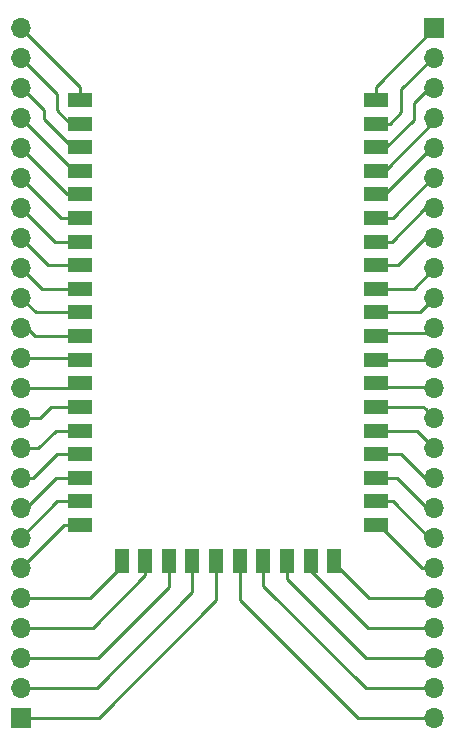
<source format=gbr>
G04 #@! TF.GenerationSoftware,KiCad,Pcbnew,5.1.6*
G04 #@! TF.CreationDate,2020-07-26T18:09:44+03:00*
G04 #@! TF.ProjectId,kicad-skw92b-mt7688a-adapter,6b696361-642d-4736-9b77-3932622d6d74,rev?*
G04 #@! TF.SameCoordinates,Original*
G04 #@! TF.FileFunction,Copper,L1,Top*
G04 #@! TF.FilePolarity,Positive*
%FSLAX46Y46*%
G04 Gerber Fmt 4.6, Leading zero omitted, Abs format (unit mm)*
G04 Created by KiCad (PCBNEW 5.1.6) date 2020-07-26 18:09:44*
%MOMM*%
%LPD*%
G01*
G04 APERTURE LIST*
G04 #@! TA.AperFunction,ComponentPad*
%ADD10O,1.700000X1.700000*%
G04 #@! TD*
G04 #@! TA.AperFunction,ComponentPad*
%ADD11R,1.700000X1.700000*%
G04 #@! TD*
G04 #@! TA.AperFunction,SMDPad,CuDef*
%ADD12R,1.200000X2.000000*%
G04 #@! TD*
G04 #@! TA.AperFunction,SMDPad,CuDef*
%ADD13R,2.000000X1.200000*%
G04 #@! TD*
G04 #@! TA.AperFunction,Conductor*
%ADD14C,0.250000*%
G04 #@! TD*
G04 APERTURE END LIST*
D10*
X132475000Y-75905000D03*
X132475000Y-78445000D03*
X132475000Y-80985000D03*
X132475000Y-83525000D03*
X132475000Y-86065000D03*
X132475000Y-88605000D03*
X132475000Y-91145000D03*
X132475000Y-93685000D03*
X132475000Y-96225000D03*
X132475000Y-98765000D03*
X132475000Y-101305000D03*
X132475000Y-103845000D03*
X132475000Y-106385000D03*
X132475000Y-108925000D03*
X132475000Y-111465000D03*
X132475000Y-114005000D03*
X132475000Y-116545000D03*
X132475000Y-119085000D03*
X132475000Y-121625000D03*
X132475000Y-124165000D03*
X132475000Y-126705000D03*
X132475000Y-129245000D03*
X132475000Y-131785000D03*
D11*
X132475000Y-134325000D03*
D12*
X159000000Y-121000000D03*
X157000000Y-121000000D03*
X155000000Y-121000000D03*
X153000000Y-121000000D03*
X151000000Y-121000000D03*
X149000000Y-121000000D03*
X147000000Y-121000000D03*
X145000000Y-121000000D03*
X143000000Y-121000000D03*
X141000000Y-121000000D03*
D13*
X162500000Y-82000000D03*
X162500000Y-84000000D03*
X162500000Y-86000000D03*
X162500000Y-88000000D03*
X162500000Y-90000000D03*
X162500000Y-92000000D03*
X162500000Y-94000000D03*
X162500000Y-96000000D03*
X162500000Y-98000000D03*
X162500000Y-100000000D03*
X162500000Y-102000000D03*
X162500000Y-104000000D03*
X162500000Y-106000000D03*
X162500000Y-108000000D03*
X162500000Y-110000000D03*
X162500000Y-112000000D03*
X162500000Y-114000000D03*
X162500000Y-116000000D03*
X162500000Y-118000000D03*
X137500000Y-118000000D03*
X137500000Y-116000000D03*
X137500000Y-114000000D03*
X137500000Y-112000000D03*
X137500000Y-110000000D03*
X137500000Y-108000000D03*
X137500000Y-106000000D03*
X137500000Y-104000000D03*
X137500000Y-102000000D03*
X137500000Y-100000000D03*
X137500000Y-98000000D03*
X137500000Y-96000000D03*
X137500000Y-94000000D03*
X137500000Y-92000000D03*
X137500000Y-90000000D03*
X137500000Y-88000000D03*
X137500000Y-86000000D03*
X137500000Y-84000000D03*
X137500000Y-82000000D03*
D10*
X167475000Y-134350000D03*
X167475000Y-131810000D03*
X167475000Y-129270000D03*
X167475000Y-126730000D03*
X167475000Y-124190000D03*
X167475000Y-121650000D03*
X167475000Y-119110000D03*
X167475000Y-116570000D03*
X167475000Y-114030000D03*
X167475000Y-111490000D03*
X167475000Y-108950000D03*
X167475000Y-106410000D03*
X167475000Y-103870000D03*
X167475000Y-101330000D03*
X167475000Y-98790000D03*
X167475000Y-96250000D03*
X167475000Y-93710000D03*
X167475000Y-91170000D03*
X167475000Y-88630000D03*
X167475000Y-86090000D03*
X167475000Y-83550000D03*
X167475000Y-81010000D03*
X167475000Y-78470000D03*
D11*
X167475000Y-75930000D03*
D14*
X137500000Y-80930000D02*
X137500000Y-82000000D01*
X132475000Y-75905000D02*
X137500000Y-80930000D01*
X136675000Y-84000000D02*
X137500000Y-84000000D01*
X135550000Y-82875000D02*
X136675000Y-84000000D01*
X135550000Y-81520000D02*
X135550000Y-82875000D01*
X132475000Y-78445000D02*
X135550000Y-81520000D01*
X136800000Y-86000000D02*
X137500000Y-86000000D01*
X134425000Y-83625000D02*
X136800000Y-86000000D01*
X134425000Y-82825000D02*
X134425000Y-83625000D01*
X132585000Y-80985000D02*
X134425000Y-82825000D01*
X132475000Y-80985000D02*
X132585000Y-80985000D01*
X136950000Y-88000000D02*
X137500000Y-88000000D01*
X132475000Y-83525000D02*
X136950000Y-88000000D01*
X136410000Y-90000000D02*
X137500000Y-90000000D01*
X132475000Y-86065000D02*
X136410000Y-90000000D01*
X135870000Y-92000000D02*
X137500000Y-92000000D01*
X132475000Y-88605000D02*
X135870000Y-92000000D01*
X135330000Y-94000000D02*
X137500000Y-94000000D01*
X132475000Y-91145000D02*
X135330000Y-94000000D01*
X134790000Y-96000000D02*
X137500000Y-96000000D01*
X132475000Y-93685000D02*
X134790000Y-96000000D01*
X134300000Y-98000000D02*
X137500000Y-98000000D01*
X132525000Y-96225000D02*
X134300000Y-98000000D01*
X132475000Y-96225000D02*
X132525000Y-96225000D01*
X133725000Y-100000000D02*
X137500000Y-100000000D01*
X132490000Y-98765000D02*
X133725000Y-100000000D01*
X132475000Y-98765000D02*
X132490000Y-98765000D01*
X133675000Y-102000000D02*
X137500000Y-102000000D01*
X132980000Y-101305000D02*
X133675000Y-102000000D01*
X132475000Y-101305000D02*
X132980000Y-101305000D01*
X137345000Y-103845000D02*
X137500000Y-104000000D01*
X132475000Y-103845000D02*
X137345000Y-103845000D01*
X137115000Y-106385000D02*
X137500000Y-106000000D01*
X132475000Y-106385000D02*
X137115000Y-106385000D01*
X135000000Y-108000000D02*
X137500000Y-108000000D01*
X134075000Y-108925000D02*
X135000000Y-108000000D01*
X132475000Y-108925000D02*
X134075000Y-108925000D01*
X135425000Y-110000000D02*
X137500000Y-110000000D01*
X133960000Y-111465000D02*
X135425000Y-110000000D01*
X132475000Y-111465000D02*
X133960000Y-111465000D01*
X135500000Y-112000000D02*
X137500000Y-112000000D01*
X133495000Y-114005000D02*
X135500000Y-112000000D01*
X132475000Y-114005000D02*
X133495000Y-114005000D01*
X135475000Y-114000000D02*
X137500000Y-114000000D01*
X132930000Y-116545000D02*
X135475000Y-114000000D01*
X132475000Y-116545000D02*
X132930000Y-116545000D01*
X135560000Y-116000000D02*
X132475000Y-119085000D01*
X137500000Y-116000000D02*
X135560000Y-116000000D01*
X136100000Y-118000000D02*
X132475000Y-121625000D01*
X137500000Y-118000000D02*
X136100000Y-118000000D01*
X138310000Y-124165000D02*
X141000000Y-121475000D01*
X141000000Y-121475000D02*
X141000000Y-121000000D01*
X132475000Y-124165000D02*
X138310000Y-124165000D01*
X143000000Y-122250000D02*
X143000000Y-121000000D01*
X138545000Y-126705000D02*
X143000000Y-122250000D01*
X132475000Y-126705000D02*
X138545000Y-126705000D01*
X145000000Y-123225000D02*
X145000000Y-121000000D01*
X138980000Y-129245000D02*
X145000000Y-123225000D01*
X132475000Y-129245000D02*
X138980000Y-129245000D01*
X147000000Y-123675000D02*
X147000000Y-121000000D01*
X138890000Y-131785000D02*
X147000000Y-123675000D01*
X132475000Y-131785000D02*
X138890000Y-131785000D01*
X149000000Y-124375000D02*
X149000000Y-121000000D01*
X139050000Y-134325000D02*
X149000000Y-124375000D01*
X132475000Y-134325000D02*
X139050000Y-134325000D01*
X151000000Y-124350000D02*
X151000000Y-121000000D01*
X161000000Y-134350000D02*
X151000000Y-124350000D01*
X167475000Y-134350000D02*
X161000000Y-134350000D01*
X153000000Y-123150000D02*
X153000000Y-121000000D01*
X161660000Y-131810000D02*
X153000000Y-123150000D01*
X167475000Y-131810000D02*
X161660000Y-131810000D01*
X155000000Y-122550000D02*
X155000000Y-121000000D01*
X161720000Y-129270000D02*
X155000000Y-122550000D01*
X167475000Y-129270000D02*
X161720000Y-129270000D01*
X157000000Y-121850000D02*
X157000000Y-121000000D01*
X161880000Y-126730000D02*
X157000000Y-121850000D01*
X167475000Y-126730000D02*
X161880000Y-126730000D01*
X159000000Y-121250000D02*
X159000000Y-121000000D01*
X161940000Y-124190000D02*
X159000000Y-121250000D01*
X167475000Y-124190000D02*
X161940000Y-124190000D01*
X166450000Y-121650000D02*
X167475000Y-121650000D01*
X162800000Y-118000000D02*
X166450000Y-121650000D01*
X162500000Y-118000000D02*
X162800000Y-118000000D01*
X167060000Y-119110000D02*
X167475000Y-119110000D01*
X163950000Y-116000000D02*
X167060000Y-119110000D01*
X162500000Y-116000000D02*
X163950000Y-116000000D01*
X166870000Y-116570000D02*
X167475000Y-116570000D01*
X164300000Y-114000000D02*
X166870000Y-116570000D01*
X162500000Y-114000000D02*
X164300000Y-114000000D01*
X166680000Y-114030000D02*
X167475000Y-114030000D01*
X164650000Y-112000000D02*
X166680000Y-114030000D01*
X162500000Y-112000000D02*
X164650000Y-112000000D01*
X165985000Y-110000000D02*
X167475000Y-111490000D01*
X162500000Y-110000000D02*
X165985000Y-110000000D01*
X166737500Y-108212500D02*
X167475000Y-108950000D01*
X166525000Y-108000000D02*
X166737500Y-108212500D01*
X162500000Y-108000000D02*
X166525000Y-108000000D01*
X167340000Y-106275000D02*
X167475000Y-106410000D01*
X162775000Y-106275000D02*
X167340000Y-106275000D01*
X162500000Y-106000000D02*
X162775000Y-106275000D01*
X167345000Y-104000000D02*
X167475000Y-103870000D01*
X162500000Y-104000000D02*
X167345000Y-104000000D01*
X167055000Y-101750000D02*
X167475000Y-101330000D01*
X162750000Y-101750000D02*
X167055000Y-101750000D01*
X162500000Y-102000000D02*
X162750000Y-101750000D01*
X166265000Y-100000000D02*
X167475000Y-98790000D01*
X162500000Y-100000000D02*
X166265000Y-100000000D01*
X165725000Y-98000000D02*
X167475000Y-96250000D01*
X162500000Y-98000000D02*
X165725000Y-98000000D01*
X166665000Y-93710000D02*
X167475000Y-93710000D01*
X164375000Y-96000000D02*
X166665000Y-93710000D01*
X162500000Y-96000000D02*
X164375000Y-96000000D01*
X166730000Y-91170000D02*
X167475000Y-91170000D01*
X163900000Y-94000000D02*
X166730000Y-91170000D01*
X162500000Y-94000000D02*
X163900000Y-94000000D01*
X167320000Y-88630000D02*
X167475000Y-88630000D01*
X163950000Y-92000000D02*
X167320000Y-88630000D01*
X162500000Y-92000000D02*
X163950000Y-92000000D01*
X163275000Y-90000000D02*
X167185000Y-86090000D01*
X167185000Y-86090000D02*
X167475000Y-86090000D01*
X162500000Y-90000000D02*
X163275000Y-90000000D01*
X167475000Y-83800000D02*
X167475000Y-83550000D01*
X163275000Y-88000000D02*
X167475000Y-83800000D01*
X162500000Y-88000000D02*
X163275000Y-88000000D01*
X167015000Y-81010000D02*
X167475000Y-81010000D01*
X165750000Y-82275000D02*
X167015000Y-81010000D01*
X165750000Y-83675000D02*
X165750000Y-82275000D01*
X163425000Y-86000000D02*
X165750000Y-83675000D01*
X162500000Y-86000000D02*
X163425000Y-86000000D01*
X167330000Y-78470000D02*
X167475000Y-78470000D01*
X164700000Y-81100000D02*
X167330000Y-78470000D01*
X164700000Y-83000000D02*
X164700000Y-81100000D01*
X163700000Y-84000000D02*
X164700000Y-83000000D01*
X162500000Y-84000000D02*
X163700000Y-84000000D01*
X162500000Y-80905000D02*
X167475000Y-75930000D01*
X162500000Y-82000000D02*
X162500000Y-80905000D01*
M02*

</source>
